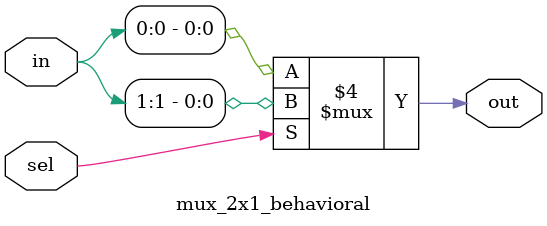
<source format=sv>
module mux_2x1_behavioral(
  input logic[1:0] in, 
  input logic sel, 
  output logic out
); 
  always @(sel or in)
  begin
     if(sel == 0)
        out = in[0];
     else
       out = in[1]; 
  end
endmodule
 


</source>
